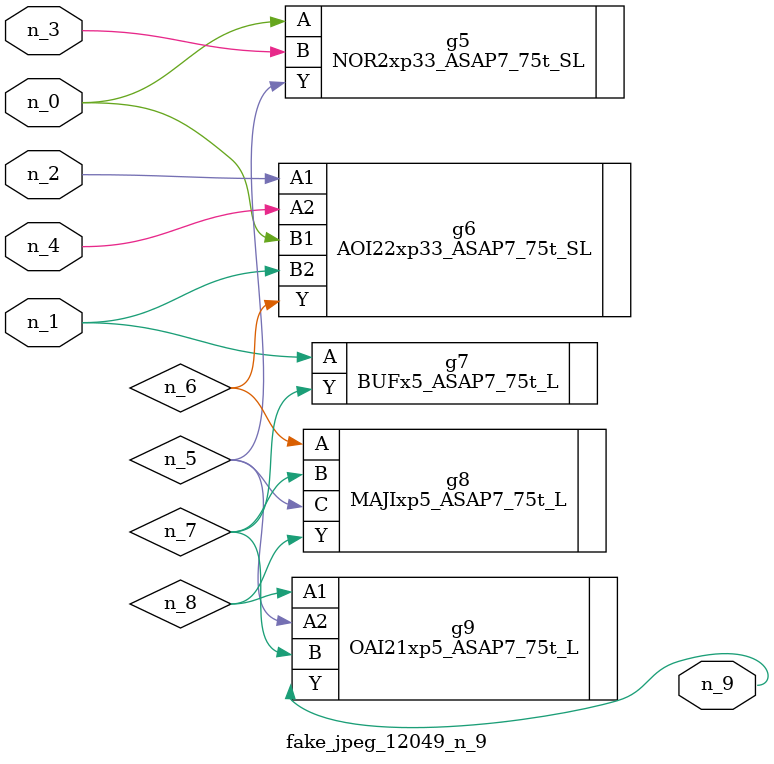
<source format=v>
module fake_jpeg_12049_n_9 (n_3, n_2, n_1, n_0, n_4, n_9);

input n_3;
input n_2;
input n_1;
input n_0;
input n_4;

output n_9;

wire n_8;
wire n_6;
wire n_5;
wire n_7;

NOR2xp33_ASAP7_75t_SL g5 ( 
.A(n_0),
.B(n_3),
.Y(n_5)
);

AOI22xp33_ASAP7_75t_SL g6 ( 
.A1(n_2),
.A2(n_4),
.B1(n_0),
.B2(n_1),
.Y(n_6)
);

BUFx5_ASAP7_75t_L g7 ( 
.A(n_1),
.Y(n_7)
);

MAJIxp5_ASAP7_75t_L g8 ( 
.A(n_6),
.B(n_7),
.C(n_5),
.Y(n_8)
);

OAI21xp5_ASAP7_75t_L g9 ( 
.A1(n_8),
.A2(n_5),
.B(n_7),
.Y(n_9)
);


endmodule
</source>
